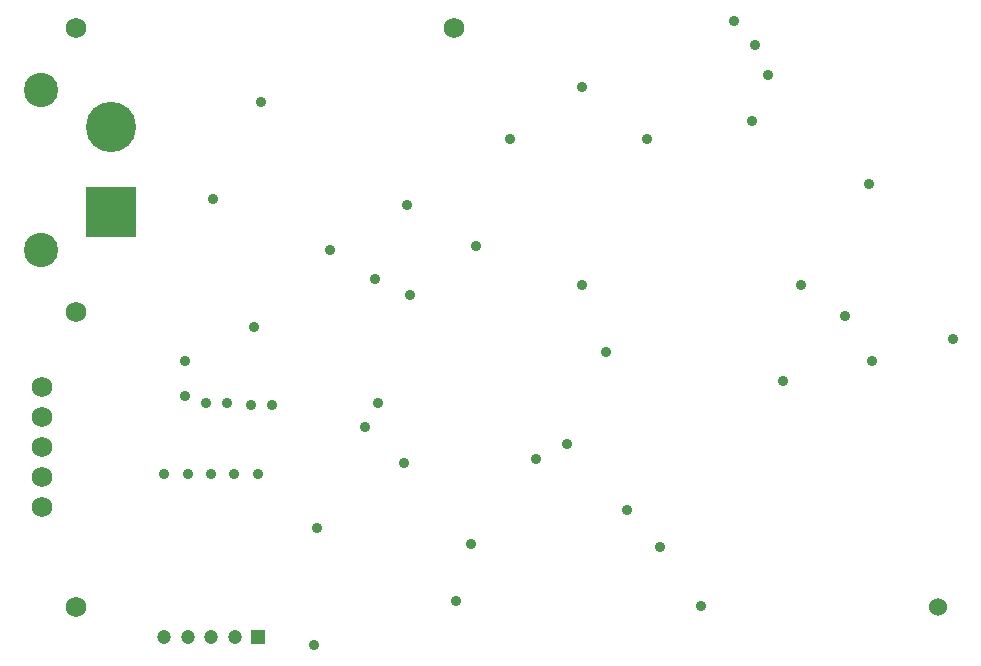
<source format=gbs>
G04*
G04 #@! TF.GenerationSoftware,Altium Limited,Altium Designer,25.8.1 (18)*
G04*
G04 Layer_Color=16711935*
%FSLAX44Y44*%
%MOMM*%
G71*
G04*
G04 #@! TF.SameCoordinates,96B50244-D1D5-4C2D-93FB-96D2E815F5E8*
G04*
G04*
G04 #@! TF.FilePolarity,Negative*
G04*
G01*
G75*
%ADD49C,2.9032*%
%ADD50C,4.2532*%
%ADD51R,4.2532X4.2532*%
%ADD52C,1.7272*%
%ADD53C,1.5240*%
%ADD54C,1.2000*%
%ADD55R,1.2000X1.2000*%
%ADD56C,0.9032*%
D49*
X500070Y977650D02*
D03*
Y842650D02*
D03*
D50*
X560070Y946150D02*
D03*
D51*
Y874150D02*
D03*
D52*
X501650Y650240D02*
D03*
Y726440D02*
D03*
X530000Y1030000D02*
D03*
X850000D02*
D03*
X530000Y790000D02*
D03*
Y540000D02*
D03*
X501650Y624840D02*
D03*
Y675640D02*
D03*
Y701040D02*
D03*
D53*
X1260000Y540000D02*
D03*
D54*
X604530Y514350D02*
D03*
X624530D02*
D03*
X644530D02*
D03*
X664530D02*
D03*
D55*
X684530D02*
D03*
D56*
X1024890Y590550D02*
D03*
X852170Y544830D02*
D03*
X786130Y712470D02*
D03*
X646430Y885190D02*
D03*
X687070Y967740D02*
D03*
X979170Y755650D02*
D03*
X1272540Y767080D02*
D03*
X958850Y812800D02*
D03*
X1087120Y1036320D02*
D03*
X1201420Y897890D02*
D03*
X731520Y508000D02*
D03*
X810260Y880110D02*
D03*
X1144270Y812800D02*
D03*
X1059180Y541020D02*
D03*
X996950Y622300D02*
D03*
X1129030Y731520D02*
D03*
X622300Y748030D02*
D03*
X640080Y712470D02*
D03*
X657860D02*
D03*
X678180Y711200D02*
D03*
X695960D02*
D03*
X864870Y593090D02*
D03*
X1181100Y786130D02*
D03*
X1203960Y748030D02*
D03*
X680720Y777240D02*
D03*
X812800Y803910D02*
D03*
X919480Y665480D02*
D03*
X783590Y817880D02*
D03*
X1102360Y951230D02*
D03*
X1116330Y990600D02*
D03*
X1013460Y935990D02*
D03*
X897890D02*
D03*
X946150Y678180D02*
D03*
X774700Y692150D02*
D03*
X734060Y607060D02*
D03*
X1104900Y1016000D02*
D03*
X958850Y980440D02*
D03*
X807720Y661670D02*
D03*
X868680Y845820D02*
D03*
X664210Y652780D02*
D03*
X644530D02*
D03*
X624840D02*
D03*
X684530D02*
D03*
X622300Y718820D02*
D03*
X604520Y652780D02*
D03*
X745490Y842010D02*
D03*
M02*

</source>
